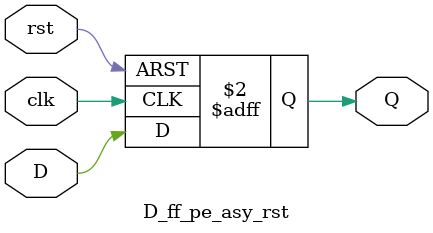
<source format=sv>
module D_ff_pe_asy_rst(Q,D,clk,rst);
  input D,clk,rst;
  output reg Q;
  
  always @(posedge clk or posedge rst)
    begin
      if(rst) Q <= 1'b0;
      else Q <= D;
    end
endmodule

</source>
